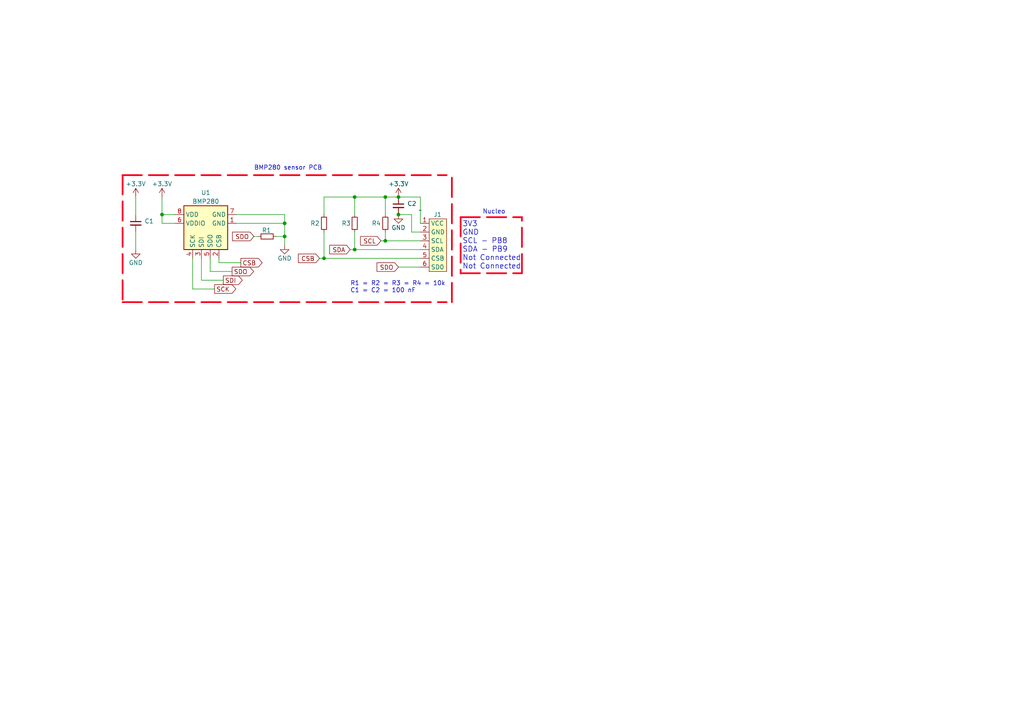
<source format=kicad_sch>
(kicad_sch (version 20230121) (generator eeschema)
  (paper "A4")
  (title_block (title "BMP280 breakout board") (date "2023-03-27") (rev "0.1") (company "Tehnčko veleučilište u Zagrebu") (comment 3 "Izradio: Dean Fraj, mag. ing. el."))
  (lib_symbols
    (symbol "Device:C_Small" (pin_numbers hide) (pin_names (offset 0.254) hide)
      (property "Reference" "C" (at 0.254 1.778 0))
      (property "Value" "C_Small" (at 0.254 -2.032 0))
      (symbol "C_Small_0_1"
        (polyline (pts (xy -1.524 -0.508) (xy 1.524 -0.508)) (stroke (width 0.3302)))
        (polyline (pts (xy -1.524 0.508) (xy 1.524 0.508)) (stroke (width 0.3048)))
      )
      (symbol "C_Small_1_1"
        (pin passive line (at 0 2.54 270) (length 2.032) (name "~") (number "1"))
        (pin passive line (at 0 -2.54 90) (length 2.032) (name "~") (number "2"))
      )
    )
    (symbol "Device:R_Small" (pin_numbers hide) (pin_names (offset 0.254) hide)
      (property "Reference" "R" (at 0.762 0.508 0))
      (property "Value" "R_Small" (at 0.762 -1.016 0))
      (symbol "R_Small_0_1"
        (rectangle (start -0.762 1.778) (end 0.762 -1.778) (stroke (width 0.2032)))
      )
      (symbol "R_Small_1_1"
        (pin passive line (at 0 2.54 270) (length 0.762) (name "~") (number "1"))
        (pin passive line (at 0 -2.54 90) (length 0.762) (name "~") (number "2"))
      )
    )
    (symbol "Konektor_1"
      (property "Reference" "J" (at -1.27 8.89 0))
      (symbol "Konektor_1_0_1"
        (rectangle (start -2.54 7.62) (end 2.54 -7.62) (fill (type background)))
      )
      (symbol "Konektor_1_1_1"
        (pin input line (at -5.08 6.35 0) (length 2.54) (name "VCC") (number "1"))
        (pin input line (at -5.08 3.81 0) (length 2.54) (name "GND") (number "2"))
        (pin input line (at -5.08 1.27 0) (length 2.54) (name "SCL") (number "3"))
        (pin input line (at -5.08 -1.27 0) (length 2.54) (name "SDA") (number "4"))
        (pin input line (at -5.08 -3.81 0) (length 2.54) (name "CSB") (number "5"))
        (pin input line (at -5.08 -6.35 0) (length 2.54) (name "SD0") (number "6"))
      )
    )
    (symbol "Sensor_Pressure:BMP280"
      (property "Reference" "U" (at -7.62 10.16 0))
      (property "Value" "BMP280" (at 5.08 10.16 0))
      (symbol "BMP280_0_1"
        (rectangle (start -7.62 -5.08) (end 5.08 7.62) (stroke (width 0.254)) (fill (type background)))
      )
      (symbol "BMP280_1_1"
        (pin power_in line (at 0 -7.62 90) (length 2.54) (name "GND") (number "1"))
        (pin input line (at -10.16 -2.54 0) (length 2.54) (name "CSB") (number "2"))
        (pin bidirectional line (at -10.16 2.54 0) (length 2.54) (name "SDI") (number "3"))
        (pin input line (at -10.16 5.08 0) (length 2.54) (name "SCK") (number "4"))
        (pin bidirectional line (at -10.16 0 0) (length 2.54) (name "SDO") (number "5"))
        (pin power_in line (at 0 10.16 270) (length 2.54) (name "VDDIO") (number "6"))
        (pin power_in line (at 2.54 -7.62 90) (length 2.54) (name "GND") (number "7"))
        (pin power_in line (at 2.54 10.16 270) (length 2.54) (name "VDD") (number "8"))
      )
    )
    (symbol "power:+3.3V" (power) (pin_names (offset 0))
      (property "Value" "+3.3V" (at 0 3.556 0))
      (symbol "+3.3V_0_1"
        (polyline (pts (xy -0.762 1.27) (xy 0 2.54)))
        (polyline (pts (xy 0 0) (xy 0 2.54)))
        (polyline (pts (xy 0 2.54) (xy 0.762 1.27)))
      )
      (symbol "+3.3V_1_1"
        (pin power_in line (at 0 0 90) (length 0) hide (name "+3.3V") (number "1"))
      )
    )
    (symbol "power:GND" (power) (pin_names (offset 0))
      (property "Value" "GND" (at 0 -3.81 0))
      (symbol "GND_0_1"
        (polyline (pts (xy 0 0) (xy 0 -1.27) (xy 1.27 -1.27) (xy 0 -2.54) (xy -1.27 -1.27) (xy 0 -1.27)))
      )
      (symbol "GND_1_1"
        (pin power_in line (at 0 0 270) (length 0) hide (name "GND") (number "1"))
      )
    )
  )
  (junction (at 111.76 69.85))
  (junction (at 102.87 57.15))
  (junction (at 82.55 68.58))
  (junction (at 111.76 57.15))
  (junction (at 115.57 57.15))
  (junction (at 82.55 64.77))
  (junction (at 46.99 62.23))
  (junction (at 102.87 72.39))
  (junction (at 115.57 62.23))
  (junction (at 93.98 74.93))
  (wire (pts (xy 68.58 62.23) (xy 82.55 62.23)))
  (wire (pts (xy 80.01 68.58) (xy 82.55 68.58)))
  (wire (pts (xy 102.87 67.31) (xy 102.87 72.39)))
  (wire (pts (xy 60.96 74.93) (xy 60.96 78.74)))
  (wire (pts (xy 46.99 64.77) (xy 46.99 62.23)))
  (wire (pts (xy 93.98 74.93) (xy 93.98 67.31)))
  (wire (pts (xy 110.49 69.85) (xy 111.76 69.85)))
  (polyline (pts (xy 151.384 79.248) (xy 151.384 62.992)) (stroke (width 0.508) (type dash) (color 255 0 28 1)))
  (wire (pts (xy 111.76 69.85) (xy 121.92 69.85)))
  (wire (pts (xy 63.5 74.93) (xy 63.5 76.2)))
  (wire (pts (xy 58.42 81.28) (xy 64.77 81.28)))
  (wire (pts (xy 115.57 77.47) (xy 121.92 77.47)))
  (wire (pts (xy 60.96 78.74) (xy 67.31 78.74)))
  (polyline (pts (xy 35.56 50.8) (xy 35.56 87.63)) (stroke (width 0.508) (type dash) (color 255 0 28 1)))
  (wire (pts (xy 82.55 64.77) (xy 82.55 68.58)))
  (wire (pts (xy 39.37 57.15) (xy 39.37 62.23)))
  (polyline (pts (xy 131.064 87.63) (xy 131.064 50.8)) (stroke (width 0.508) (type dash) (color 255 0 28 1)))
  (polyline (pts (xy 133.604 79.248) (xy 151.384 79.248)) (stroke (width 0.508) (type dash) (color 255 0 28 1)))
  (wire (pts (xy 73.66 68.58) (xy 74.93 68.58)))
  (wire (pts (xy 55.88 74.93) (xy 55.88 83.82)))
  (polyline (pts (xy 35.56 50.8) (xy 129.54 50.8)) (stroke (width 0.508) (type dash) (color 255 0 28 1)))
  (wire (pts (xy 101.6 72.39) (xy 102.87 72.39)))
  (wire (pts (xy 93.98 57.15) (xy 102.87 57.15)))
  (wire (pts (xy 115.57 57.15) (xy 121.92 57.15)))
  (wire (pts (xy 119.38 67.31) (xy 119.38 62.23)))
  (wire (pts (xy 39.37 67.31) (xy 39.37 72.39)))
  (wire (pts (xy 111.76 57.15) (xy 115.57 57.15)))
  (wire (pts (xy 121.92 74.93) (xy 93.98 74.93)))
  (wire (pts (xy 119.38 62.23) (xy 115.57 62.23)))
  (wire (pts (xy 102.87 72.39) (xy 121.92 72.39)))
  (wire (pts (xy 121.92 64.77) (xy 121.92 57.15)))
  (wire (pts (xy 111.76 62.23) (xy 111.76 57.15)))
  (wire (pts (xy 68.58 64.77) (xy 82.55 64.77)))
  (wire (pts (xy 50.8 64.77) (xy 46.99 64.77)))
  (wire (pts (xy 46.99 62.23) (xy 50.8 62.23)))
  (wire (pts (xy 92.71 74.93) (xy 93.98 74.93)))
  (wire (pts (xy 102.87 57.15) (xy 111.76 57.15)))
  (wire (pts (xy 82.55 62.23) (xy 82.55 64.77)))
  (wire (pts (xy 121.92 67.31) (xy 119.38 67.31)))
  (wire (pts (xy 111.76 67.31) (xy 111.76 69.85)))
  (wire (pts (xy 55.88 83.82) (xy 62.23 83.82)))
  (polyline (pts (xy 133.604 62.992) (xy 151.384 62.992)) (stroke (width 0.508) (type dash) (color 255 0 28 1)))
  (polyline (pts (xy 133.604 62.992) (xy 133.604 79.248)) (stroke (width 0.508) (type dash) (color 255 0 28 1)))
  (wire (pts (xy 63.5 76.2) (xy 69.85 76.2)))
  (wire (pts (xy 93.98 62.23) (xy 93.98 57.15)))
  (wire (pts (xy 46.99 57.15) (xy 46.99 62.23)))
  (wire (pts (xy 58.42 74.93) (xy 58.42 81.28)))
  (polyline (pts (xy 35.56 87.63) (xy 129.54 87.63)) (stroke (width 0.508) (type dash) (color 255 0 28 1)))
  (wire (pts (xy 82.55 68.58) (xy 82.55 71.12)))
  (wire (pts (xy 102.87 62.23) (xy 102.87 57.15)))
  (text "3V3\nGND\nSCL - PB8\nSDA - PB9\nNot Connected\nNot Connected" (at 134.112 78.232 0) (effects (font (size 1.524 1.524)) (justify left bottom)))
  (text "R1 = R2 = R3 = R4 = 10k\nC1 = C2 = 100 nF" (at 101.6 85.09 0) (effects (font (size 1.27 1.27)) (justify left bottom)))
  (text "BMP280 sensor PCB" (at 73.66 49.53 0) (effects (font (size 1.27 1.27)) (justify left bottom)))
  (text "Nucleo" (at 139.954 62.23 0) (effects (font (size 1.27 1.27)) (justify left bottom)))
  (global_label "SDA" (shape input) (at 101.6 72.39 180) (property "Intersheetrefs" "${INTERSHEET_REFS}" (effects hide)))
  (global_label "SCK" (shape output) (at 62.23 83.82 0) (property "Intersheetrefs" "${INTERSHEET_REFS}" (effects hide)))
  (global_label "SDO" (shape input) (at 73.66 68.58 180) (property "Intersheetrefs" "${INTERSHEET_REFS}" (effects hide)))
  (global_label "CSB" (shape input) (at 92.71 74.93 180) (property "Intersheetrefs" "${INTERSHEET_REFS}" (effects hide)))
  (global_label "SCL" (shape input) (at 110.49 69.85 180) (property "Intersheetrefs" "${INTERSHEET_REFS}" (effects hide)))
  (global_label "CSB" (shape output) (at 69.85 76.2 0) (property "Intersheetrefs" "${INTERSHEET_REFS}" (effects hide)))
  (global_label "SDO" (shape output) (at 67.31 78.74 0) (property "Intersheetrefs" "${INTERSHEET_REFS}" (effects hide)))
  (global_label "SDO" (shape input) (at 115.57 77.47 180) (property "Intersheetrefs" "${INTERSHEET_REFS}" (effects hide)))
  (global_label "SDI" (shape output) (at 64.77 81.28 0) (property "Intersheetrefs" "${INTERSHEET_REFS}" (effects hide)))
  (symbol (lib_name "Konektor_1") (lib_id "Symbol_Library:Konektor") (at 127 71.12 0) (unit 1)
    (property "Reference" "J1" (at 125.73 62.23 0) (effects (justify left)))
    (property "Value" "~" (at 121.92 60.96 0))
  )
  (symbol (lib_id "power:+3.3V") (at 115.57 57.15 0) (unit 1)
    (property "Reference" "#PWR05" (effects hide))
    (property "Value" "+3.3V" (at 115.57 53.34 0))
  )
  (symbol (lib_id "Device:R_Small") (at 77.47 68.58 270) (unit 1)
    (property "Reference" "R1" (at 75.946 66.802 90) (effects (justify left)))
    (property "Value" "R_Small" (effects hide))
  )
  (symbol (lib_id "Device:C_Small") (at 115.57 59.69 0) (unit 1)
    (property "Reference" "C2" (at 118.11 59.0613 0) (effects (justify left)))
    (property "Value" "C_Small" (effects hide))
  )
  (symbol (lib_id "Device:R_Small") (at 111.76 64.77 180) (unit 1)
    (property "Reference" "R4" (at 110.49 64.77 0) (effects (justify left)))
    (property "Value" "R_Small" (effects hide))
  )
  (symbol (lib_id "power:+3.3V") (at 39.37 57.15 0) (unit 1)
    (property "Reference" "#PWR01" (effects hide))
    (property "Value" "+3.3V" (at 39.37 53.34 0))
  )
  (symbol (lib_id "power:GND") (at 39.37 72.39 0) (unit 1)
    (property "Reference" "#PWR02" (effects hide))
    (property "Value" "GND" (at 39.37 76.2 0))
  )
  (symbol (lib_id "Sensor_Pressure:BMP280") (at 60.96 64.77 90) (unit 1)
    (property "Reference" "U1" (at 59.69 55.88 90))
    (property "Value" "BMP280" (at 59.69 58.42 90))
    (property "Footprint" "Package_LGA:Bosch_LGA-8_2x2.5mm_P0.65mm_ClockwisePinNumbering" (effects hide))
    (property "Datasheet" "https://ae-bst.resource.bosch.com/media/_tech/media/datasheets/BST-BMP280-DS001.pdf" (effects hide))
  )
  (symbol (lib_id "power:GND") (at 115.57 62.23 0) (unit 1)
    (property "Reference" "#PWR06" (effects hide))
    (property "Value" "GND" (at 115.57 66.04 0))
  )
  (symbol (lib_id "Device:R_Small") (at 102.87 64.77 0) (unit 1)
    (property "Reference" "R3" (at 99.06 64.77 0) (effects (justify left)))
    (property "Value" "R_Small" (effects hide))
  )
  (symbol (lib_id "Device:C_Small") (at 39.37 64.77 0) (unit 1)
    (property "Reference" "C1" (at 41.91 64.1413 0) (effects (justify left)))
    (property "Value" "C_Small" (effects hide))
  )
  (symbol (lib_id "Device:R_Small") (at 93.98 64.77 180) (unit 1)
    (property "Reference" "R2" (at 92.71 64.77 0) (effects (justify left)))
    (property "Value" "R_Small" (effects hide))
  )
  (symbol (lib_id "power:+3.3V") (at 46.99 57.15 0) (unit 1)
    (property "Reference" "#PWR03" (effects hide))
    (property "Value" "+3.3V" (at 46.99 53.34 0))
  )
  (symbol (lib_id "power:GND") (at 82.55 71.12 0) (unit 1)
    (property "Reference" "#PWR04" (effects hide))
    (property "Value" "GND" (at 82.55 74.93 0))
  )
)
</source>
